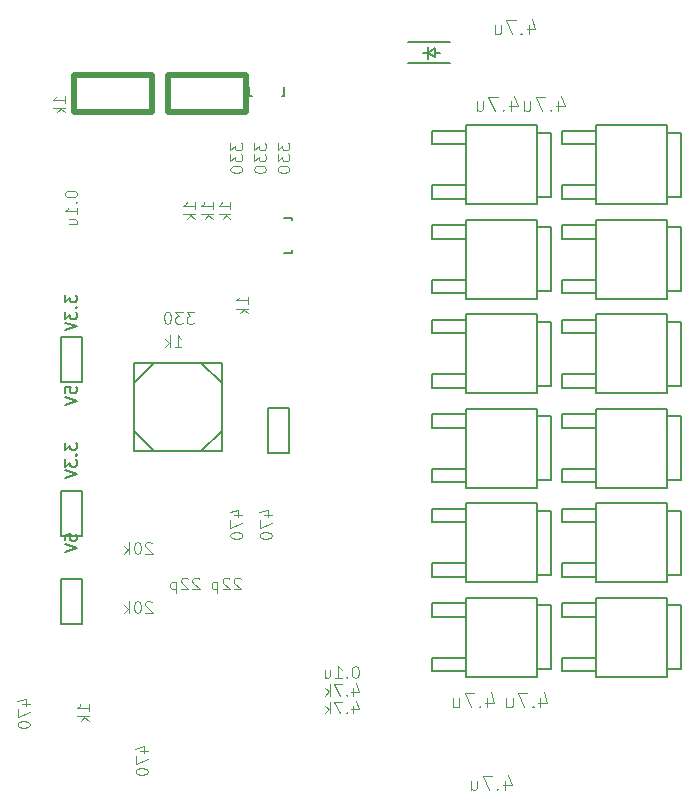
<source format=gbr>
G04 #@! TF.FileFunction,Legend,Bot*
%FSLAX46Y46*%
G04 Gerber Fmt 4.6, Leading zero omitted, Abs format (unit mm)*
G04 Created by KiCad (PCBNEW 4.0.7) date 10/26/17 16:00:21*
%MOMM*%
%LPD*%
G01*
G04 APERTURE LIST*
%ADD10C,0.100000*%
%ADD11C,0.200000*%
%ADD12C,0.500000*%
%ADD13C,0.150000*%
%ADD14C,0.101600*%
G04 APERTURE END LIST*
D10*
D11*
X20952381Y-51809524D02*
X20952381Y-51333333D01*
X21428571Y-51285714D01*
X21380952Y-51333333D01*
X21333333Y-51428571D01*
X21333333Y-51666667D01*
X21380952Y-51761905D01*
X21428571Y-51809524D01*
X21523810Y-51857143D01*
X21761905Y-51857143D01*
X21857143Y-51809524D01*
X21904762Y-51761905D01*
X21952381Y-51666667D01*
X21952381Y-51428571D01*
X21904762Y-51333333D01*
X21857143Y-51285714D01*
X20952381Y-52142857D02*
X21952381Y-52476190D01*
X20952381Y-52809524D01*
X20952381Y-43523810D02*
X20952381Y-44142858D01*
X21333333Y-43809524D01*
X21333333Y-43952382D01*
X21380952Y-44047620D01*
X21428571Y-44095239D01*
X21523810Y-44142858D01*
X21761905Y-44142858D01*
X21857143Y-44095239D01*
X21904762Y-44047620D01*
X21952381Y-43952382D01*
X21952381Y-43666667D01*
X21904762Y-43571429D01*
X21857143Y-43523810D01*
X21857143Y-44571429D02*
X21904762Y-44619048D01*
X21952381Y-44571429D01*
X21904762Y-44523810D01*
X21857143Y-44571429D01*
X21952381Y-44571429D01*
X20952381Y-44952381D02*
X20952381Y-45571429D01*
X21333333Y-45238095D01*
X21333333Y-45380953D01*
X21380952Y-45476191D01*
X21428571Y-45523810D01*
X21523810Y-45571429D01*
X21761905Y-45571429D01*
X21857143Y-45523810D01*
X21904762Y-45476191D01*
X21952381Y-45380953D01*
X21952381Y-45095238D01*
X21904762Y-45000000D01*
X21857143Y-44952381D01*
X20952381Y-45857143D02*
X21952381Y-46190476D01*
X20952381Y-46523810D01*
X20952381Y-31023810D02*
X20952381Y-31642858D01*
X21333333Y-31309524D01*
X21333333Y-31452382D01*
X21380952Y-31547620D01*
X21428571Y-31595239D01*
X21523810Y-31642858D01*
X21761905Y-31642858D01*
X21857143Y-31595239D01*
X21904762Y-31547620D01*
X21952381Y-31452382D01*
X21952381Y-31166667D01*
X21904762Y-31071429D01*
X21857143Y-31023810D01*
X21857143Y-32071429D02*
X21904762Y-32119048D01*
X21952381Y-32071429D01*
X21904762Y-32023810D01*
X21857143Y-32071429D01*
X21952381Y-32071429D01*
X20952381Y-32452381D02*
X20952381Y-33071429D01*
X21333333Y-32738095D01*
X21333333Y-32880953D01*
X21380952Y-32976191D01*
X21428571Y-33023810D01*
X21523810Y-33071429D01*
X21761905Y-33071429D01*
X21857143Y-33023810D01*
X21904762Y-32976191D01*
X21952381Y-32880953D01*
X21952381Y-32595238D01*
X21904762Y-32500000D01*
X21857143Y-32452381D01*
X20952381Y-33357143D02*
X21952381Y-33690476D01*
X20952381Y-34023810D01*
X20952381Y-39309524D02*
X20952381Y-38833333D01*
X21428571Y-38785714D01*
X21380952Y-38833333D01*
X21333333Y-38928571D01*
X21333333Y-39166667D01*
X21380952Y-39261905D01*
X21428571Y-39309524D01*
X21523810Y-39357143D01*
X21761905Y-39357143D01*
X21857143Y-39309524D01*
X21904762Y-39261905D01*
X21952381Y-39166667D01*
X21952381Y-38928571D01*
X21904762Y-38833333D01*
X21857143Y-38785714D01*
X20952381Y-39642857D02*
X21952381Y-39976190D01*
X20952381Y-40309524D01*
D12*
X28300000Y-15500000D02*
X28300000Y-12400000D01*
X21700000Y-15500000D02*
X21700000Y-12400000D01*
X21700000Y-12400000D02*
X28300000Y-12400000D01*
X21700000Y-15500000D02*
X28300000Y-15500000D01*
D13*
X60932300Y-22705100D02*
X62126100Y-22705100D01*
X62126100Y-22705100D02*
X62126100Y-17294900D01*
X62126100Y-17294900D02*
X60919600Y-17294900D01*
X54925200Y-18272800D02*
X52016900Y-18272800D01*
X52016900Y-17129800D02*
X54925200Y-17129800D01*
X52016900Y-18272800D02*
X52016900Y-17129800D01*
X52016900Y-22870200D02*
X52016900Y-21727200D01*
X52016900Y-21727200D02*
X54925200Y-21727200D01*
X54925200Y-22870200D02*
X52016900Y-22870200D01*
X54925200Y-16647200D02*
X60919600Y-16647200D01*
X60919600Y-16647200D02*
X60919600Y-23352800D01*
X60919600Y-23352800D02*
X54925200Y-23352800D01*
X54925200Y-16647200D02*
X54925200Y-23352800D01*
X60932300Y-30705100D02*
X62126100Y-30705100D01*
X62126100Y-30705100D02*
X62126100Y-25294900D01*
X62126100Y-25294900D02*
X60919600Y-25294900D01*
X54925200Y-26272800D02*
X52016900Y-26272800D01*
X52016900Y-25129800D02*
X54925200Y-25129800D01*
X52016900Y-26272800D02*
X52016900Y-25129800D01*
X52016900Y-30870200D02*
X52016900Y-29727200D01*
X52016900Y-29727200D02*
X54925200Y-29727200D01*
X54925200Y-30870200D02*
X52016900Y-30870200D01*
X54925200Y-24647200D02*
X60919600Y-24647200D01*
X60919600Y-24647200D02*
X60919600Y-31352800D01*
X60919600Y-31352800D02*
X54925200Y-31352800D01*
X54925200Y-24647200D02*
X54925200Y-31352800D01*
X71932300Y-38705100D02*
X73126100Y-38705100D01*
X73126100Y-38705100D02*
X73126100Y-33294900D01*
X73126100Y-33294900D02*
X71919600Y-33294900D01*
X65925200Y-34272800D02*
X63016900Y-34272800D01*
X63016900Y-33129800D02*
X65925200Y-33129800D01*
X63016900Y-34272800D02*
X63016900Y-33129800D01*
X63016900Y-38870200D02*
X63016900Y-37727200D01*
X63016900Y-37727200D02*
X65925200Y-37727200D01*
X65925200Y-38870200D02*
X63016900Y-38870200D01*
X65925200Y-32647200D02*
X71919600Y-32647200D01*
X71919600Y-32647200D02*
X71919600Y-39352800D01*
X71919600Y-39352800D02*
X65925200Y-39352800D01*
X65925200Y-32647200D02*
X65925200Y-39352800D01*
X60932300Y-38705100D02*
X62126100Y-38705100D01*
X62126100Y-38705100D02*
X62126100Y-33294900D01*
X62126100Y-33294900D02*
X60919600Y-33294900D01*
X54925200Y-34272800D02*
X52016900Y-34272800D01*
X52016900Y-33129800D02*
X54925200Y-33129800D01*
X52016900Y-34272800D02*
X52016900Y-33129800D01*
X52016900Y-38870200D02*
X52016900Y-37727200D01*
X52016900Y-37727200D02*
X54925200Y-37727200D01*
X54925200Y-38870200D02*
X52016900Y-38870200D01*
X54925200Y-32647200D02*
X60919600Y-32647200D01*
X60919600Y-32647200D02*
X60919600Y-39352800D01*
X60919600Y-39352800D02*
X54925200Y-39352800D01*
X54925200Y-32647200D02*
X54925200Y-39352800D01*
X71932300Y-46705100D02*
X73126100Y-46705100D01*
X73126100Y-46705100D02*
X73126100Y-41294900D01*
X73126100Y-41294900D02*
X71919600Y-41294900D01*
X65925200Y-42272800D02*
X63016900Y-42272800D01*
X63016900Y-41129800D02*
X65925200Y-41129800D01*
X63016900Y-42272800D02*
X63016900Y-41129800D01*
X63016900Y-46870200D02*
X63016900Y-45727200D01*
X63016900Y-45727200D02*
X65925200Y-45727200D01*
X65925200Y-46870200D02*
X63016900Y-46870200D01*
X65925200Y-40647200D02*
X71919600Y-40647200D01*
X71919600Y-40647200D02*
X71919600Y-47352800D01*
X71919600Y-47352800D02*
X65925200Y-47352800D01*
X65925200Y-40647200D02*
X65925200Y-47352800D01*
X60932300Y-46705100D02*
X62126100Y-46705100D01*
X62126100Y-46705100D02*
X62126100Y-41294900D01*
X62126100Y-41294900D02*
X60919600Y-41294900D01*
X54925200Y-42272800D02*
X52016900Y-42272800D01*
X52016900Y-41129800D02*
X54925200Y-41129800D01*
X52016900Y-42272800D02*
X52016900Y-41129800D01*
X52016900Y-46870200D02*
X52016900Y-45727200D01*
X52016900Y-45727200D02*
X54925200Y-45727200D01*
X54925200Y-46870200D02*
X52016900Y-46870200D01*
X54925200Y-40647200D02*
X60919600Y-40647200D01*
X60919600Y-40647200D02*
X60919600Y-47352800D01*
X60919600Y-47352800D02*
X54925200Y-47352800D01*
X54925200Y-40647200D02*
X54925200Y-47352800D01*
X71932300Y-54705100D02*
X73126100Y-54705100D01*
X73126100Y-54705100D02*
X73126100Y-49294900D01*
X73126100Y-49294900D02*
X71919600Y-49294900D01*
X65925200Y-50272800D02*
X63016900Y-50272800D01*
X63016900Y-49129800D02*
X65925200Y-49129800D01*
X63016900Y-50272800D02*
X63016900Y-49129800D01*
X63016900Y-54870200D02*
X63016900Y-53727200D01*
X63016900Y-53727200D02*
X65925200Y-53727200D01*
X65925200Y-54870200D02*
X63016900Y-54870200D01*
X65925200Y-48647200D02*
X71919600Y-48647200D01*
X71919600Y-48647200D02*
X71919600Y-55352800D01*
X71919600Y-55352800D02*
X65925200Y-55352800D01*
X65925200Y-48647200D02*
X65925200Y-55352800D01*
X60932300Y-54705100D02*
X62126100Y-54705100D01*
X62126100Y-54705100D02*
X62126100Y-49294900D01*
X62126100Y-49294900D02*
X60919600Y-49294900D01*
X54925200Y-50272800D02*
X52016900Y-50272800D01*
X52016900Y-49129800D02*
X54925200Y-49129800D01*
X52016900Y-50272800D02*
X52016900Y-49129800D01*
X52016900Y-54870200D02*
X52016900Y-53727200D01*
X52016900Y-53727200D02*
X54925200Y-53727200D01*
X54925200Y-54870200D02*
X52016900Y-54870200D01*
X54925200Y-48647200D02*
X60919600Y-48647200D01*
X60919600Y-48647200D02*
X60919600Y-55352800D01*
X60919600Y-55352800D02*
X54925200Y-55352800D01*
X54925200Y-48647200D02*
X54925200Y-55352800D01*
X71932300Y-62705100D02*
X73126100Y-62705100D01*
X73126100Y-62705100D02*
X73126100Y-57294900D01*
X73126100Y-57294900D02*
X71919600Y-57294900D01*
X65925200Y-58272800D02*
X63016900Y-58272800D01*
X63016900Y-57129800D02*
X65925200Y-57129800D01*
X63016900Y-58272800D02*
X63016900Y-57129800D01*
X63016900Y-62870200D02*
X63016900Y-61727200D01*
X63016900Y-61727200D02*
X65925200Y-61727200D01*
X65925200Y-62870200D02*
X63016900Y-62870200D01*
X65925200Y-56647200D02*
X71919600Y-56647200D01*
X71919600Y-56647200D02*
X71919600Y-63352800D01*
X71919600Y-63352800D02*
X65925200Y-63352800D01*
X65925200Y-56647200D02*
X65925200Y-63352800D01*
X60932300Y-62705100D02*
X62126100Y-62705100D01*
X62126100Y-62705100D02*
X62126100Y-57294900D01*
X62126100Y-57294900D02*
X60919600Y-57294900D01*
X54925200Y-58272800D02*
X52016900Y-58272800D01*
X52016900Y-57129800D02*
X54925200Y-57129800D01*
X52016900Y-58272800D02*
X52016900Y-57129800D01*
X52016900Y-62870200D02*
X52016900Y-61727200D01*
X52016900Y-61727200D02*
X54925200Y-61727200D01*
X54925200Y-62870200D02*
X52016900Y-62870200D01*
X54925200Y-56647200D02*
X60919600Y-56647200D01*
X60919600Y-56647200D02*
X60919600Y-63352800D01*
X60919600Y-63352800D02*
X54925200Y-63352800D01*
X54925200Y-56647200D02*
X54925200Y-63352800D01*
X71932300Y-22705100D02*
X73126100Y-22705100D01*
X73126100Y-22705100D02*
X73126100Y-17294900D01*
X73126100Y-17294900D02*
X71919600Y-17294900D01*
X65925200Y-18272800D02*
X63016900Y-18272800D01*
X63016900Y-17129800D02*
X65925200Y-17129800D01*
X63016900Y-18272800D02*
X63016900Y-17129800D01*
X63016900Y-22870200D02*
X63016900Y-21727200D01*
X63016900Y-21727200D02*
X65925200Y-21727200D01*
X65925200Y-22870200D02*
X63016900Y-22870200D01*
X65925200Y-16647200D02*
X71919600Y-16647200D01*
X71919600Y-16647200D02*
X71919600Y-23352800D01*
X71919600Y-23352800D02*
X65925200Y-23352800D01*
X65925200Y-16647200D02*
X65925200Y-23352800D01*
X71932300Y-30705100D02*
X73126100Y-30705100D01*
X73126100Y-30705100D02*
X73126100Y-25294900D01*
X73126100Y-25294900D02*
X71919600Y-25294900D01*
X65925200Y-26272800D02*
X63016900Y-26272800D01*
X63016900Y-25129800D02*
X65925200Y-25129800D01*
X63016900Y-26272800D02*
X63016900Y-25129800D01*
X63016900Y-30870200D02*
X63016900Y-29727200D01*
X63016900Y-29727200D02*
X65925200Y-29727200D01*
X65925200Y-30870200D02*
X63016900Y-30870200D01*
X65925200Y-24647200D02*
X71919600Y-24647200D01*
X71919600Y-24647200D02*
X71919600Y-31352800D01*
X71919600Y-31352800D02*
X65925200Y-31352800D01*
X65925200Y-24647200D02*
X65925200Y-31352800D01*
D12*
X36300000Y-15500000D02*
X36300000Y-12400000D01*
X29700000Y-15500000D02*
X29700000Y-12400000D01*
X29700000Y-12400000D02*
X36300000Y-12400000D01*
X29700000Y-15500000D02*
X36300000Y-15500000D01*
D13*
X52317500Y-10500000D02*
X52698500Y-10500000D01*
X51301500Y-10500000D02*
X51682500Y-10500000D01*
X51682500Y-10500000D02*
X52317500Y-10881000D01*
X52317500Y-10881000D02*
X52317500Y-10119000D01*
X52317500Y-10119000D02*
X51682500Y-10500000D01*
X51682500Y-11008000D02*
X51682500Y-9992000D01*
X50000000Y-9600000D02*
X53540000Y-9600000D01*
X50000000Y-11400000D02*
X53540000Y-11400000D01*
X20611000Y-51405000D02*
X20611000Y-47595000D01*
X20611000Y-47595000D02*
X22389000Y-47595000D01*
X22389000Y-47595000D02*
X22389000Y-51405000D01*
X20611000Y-51405000D02*
X22389000Y-51405000D01*
X38111000Y-44405000D02*
X38111000Y-40595000D01*
X38111000Y-40595000D02*
X39889000Y-40595000D01*
X39889000Y-40595000D02*
X39889000Y-44405000D01*
X38111000Y-44405000D02*
X39889000Y-44405000D01*
X20611000Y-38405000D02*
X20611000Y-34595000D01*
X20611000Y-34595000D02*
X22389000Y-34595000D01*
X22389000Y-34595000D02*
X22389000Y-38405000D01*
X20611000Y-38405000D02*
X22389000Y-38405000D01*
X39449200Y-27499820D02*
X40150240Y-27499820D01*
X40150240Y-27499820D02*
X40150240Y-27250900D01*
X40150240Y-24700840D02*
X40150240Y-24500180D01*
X40150240Y-24500180D02*
X39449200Y-24500180D01*
X36500180Y-13449200D02*
X36500180Y-14150240D01*
X36500180Y-14150240D02*
X36749100Y-14150240D01*
X39299160Y-14150240D02*
X39499820Y-14150240D01*
X39499820Y-14150240D02*
X39499820Y-13449200D01*
X28500000Y-44250000D02*
X26750000Y-42500000D01*
X34250000Y-42500000D02*
X32500000Y-44250000D01*
X32500000Y-36750000D02*
X34250000Y-38500000D01*
X28500000Y-36750000D02*
X26750000Y-38500000D01*
X34250000Y-36750000D02*
X26750000Y-36750000D01*
X26750000Y-36750000D02*
X26750000Y-44250000D01*
X26750000Y-44250000D02*
X34250000Y-44250000D01*
X34250000Y-44250000D02*
X34250000Y-36750000D01*
X20611000Y-58905000D02*
X20611000Y-55095000D01*
X20611000Y-55095000D02*
X22389000Y-55095000D01*
X22389000Y-55095000D02*
X22389000Y-58905000D01*
X20611000Y-58905000D02*
X22389000Y-58905000D01*
D10*
X35809524Y-55047619D02*
X35761905Y-55000000D01*
X35666667Y-54952381D01*
X35428571Y-54952381D01*
X35333333Y-55000000D01*
X35285714Y-55047619D01*
X35238095Y-55142857D01*
X35238095Y-55238095D01*
X35285714Y-55380952D01*
X35857143Y-55952381D01*
X35238095Y-55952381D01*
X34857143Y-55047619D02*
X34809524Y-55000000D01*
X34714286Y-54952381D01*
X34476190Y-54952381D01*
X34380952Y-55000000D01*
X34333333Y-55047619D01*
X34285714Y-55142857D01*
X34285714Y-55238095D01*
X34333333Y-55380952D01*
X34904762Y-55952381D01*
X34285714Y-55952381D01*
X33857143Y-55285714D02*
X33857143Y-56285714D01*
X33857143Y-55333333D02*
X33761905Y-55285714D01*
X33571428Y-55285714D01*
X33476190Y-55333333D01*
X33428571Y-55380952D01*
X33380952Y-55476190D01*
X33380952Y-55761905D01*
X33428571Y-55857143D01*
X33476190Y-55904762D01*
X33571428Y-55952381D01*
X33761905Y-55952381D01*
X33857143Y-55904762D01*
X32309524Y-55047619D02*
X32261905Y-55000000D01*
X32166667Y-54952381D01*
X31928571Y-54952381D01*
X31833333Y-55000000D01*
X31785714Y-55047619D01*
X31738095Y-55142857D01*
X31738095Y-55238095D01*
X31785714Y-55380952D01*
X32357143Y-55952381D01*
X31738095Y-55952381D01*
X31357143Y-55047619D02*
X31309524Y-55000000D01*
X31214286Y-54952381D01*
X30976190Y-54952381D01*
X30880952Y-55000000D01*
X30833333Y-55047619D01*
X30785714Y-55142857D01*
X30785714Y-55238095D01*
X30833333Y-55380952D01*
X31404762Y-55952381D01*
X30785714Y-55952381D01*
X30357143Y-55285714D02*
X30357143Y-56285714D01*
X30357143Y-55333333D02*
X30261905Y-55285714D01*
X30071428Y-55285714D01*
X29976190Y-55333333D01*
X29928571Y-55380952D01*
X29880952Y-55476190D01*
X29880952Y-55761905D01*
X29928571Y-55857143D01*
X29976190Y-55904762D01*
X30071428Y-55952381D01*
X30261905Y-55952381D01*
X30357143Y-55904762D01*
X20952381Y-22428571D02*
X20952381Y-22523810D01*
X21000000Y-22619048D01*
X21047619Y-22666667D01*
X21142857Y-22714286D01*
X21333333Y-22761905D01*
X21571429Y-22761905D01*
X21761905Y-22714286D01*
X21857143Y-22666667D01*
X21904762Y-22619048D01*
X21952381Y-22523810D01*
X21952381Y-22428571D01*
X21904762Y-22333333D01*
X21857143Y-22285714D01*
X21761905Y-22238095D01*
X21571429Y-22190476D01*
X21333333Y-22190476D01*
X21142857Y-22238095D01*
X21047619Y-22285714D01*
X21000000Y-22333333D01*
X20952381Y-22428571D01*
X21857143Y-23190476D02*
X21904762Y-23238095D01*
X21952381Y-23190476D01*
X21904762Y-23142857D01*
X21857143Y-23190476D01*
X21952381Y-23190476D01*
X21952381Y-24190476D02*
X21952381Y-23619047D01*
X21952381Y-23904761D02*
X20952381Y-23904761D01*
X21095238Y-23809523D01*
X21190476Y-23714285D01*
X21238095Y-23619047D01*
X21285714Y-25047619D02*
X21952381Y-25047619D01*
X21285714Y-24619047D02*
X21809524Y-24619047D01*
X21904762Y-24666666D01*
X21952381Y-24761904D01*
X21952381Y-24904762D01*
X21904762Y-25000000D01*
X21857143Y-25047619D01*
X33452381Y-23761905D02*
X33452381Y-23190476D01*
X33452381Y-23476190D02*
X32452381Y-23476190D01*
X32595238Y-23380952D01*
X32690476Y-23285714D01*
X32738095Y-23190476D01*
X33452381Y-24190476D02*
X32452381Y-24190476D01*
X33071429Y-24285714D02*
X33452381Y-24571429D01*
X32785714Y-24571429D02*
X33166667Y-24190476D01*
X36452381Y-31761905D02*
X36452381Y-31190476D01*
X36452381Y-31476190D02*
X35452381Y-31476190D01*
X35595238Y-31380952D01*
X35690476Y-31285714D01*
X35738095Y-31190476D01*
X36452381Y-32190476D02*
X35452381Y-32190476D01*
X36071429Y-32285714D02*
X36452381Y-32571429D01*
X35785714Y-32571429D02*
X36166667Y-32190476D01*
X38952381Y-18142857D02*
X38952381Y-18761905D01*
X39333333Y-18428571D01*
X39333333Y-18571429D01*
X39380952Y-18666667D01*
X39428571Y-18714286D01*
X39523810Y-18761905D01*
X39761905Y-18761905D01*
X39857143Y-18714286D01*
X39904762Y-18666667D01*
X39952381Y-18571429D01*
X39952381Y-18285714D01*
X39904762Y-18190476D01*
X39857143Y-18142857D01*
X38952381Y-19095238D02*
X38952381Y-19714286D01*
X39333333Y-19380952D01*
X39333333Y-19523810D01*
X39380952Y-19619048D01*
X39428571Y-19666667D01*
X39523810Y-19714286D01*
X39761905Y-19714286D01*
X39857143Y-19666667D01*
X39904762Y-19619048D01*
X39952381Y-19523810D01*
X39952381Y-19238095D01*
X39904762Y-19142857D01*
X39857143Y-19095238D01*
X38952381Y-20333333D02*
X38952381Y-20428572D01*
X39000000Y-20523810D01*
X39047619Y-20571429D01*
X39142857Y-20619048D01*
X39333333Y-20666667D01*
X39571429Y-20666667D01*
X39761905Y-20619048D01*
X39857143Y-20571429D01*
X39904762Y-20523810D01*
X39952381Y-20428572D01*
X39952381Y-20333333D01*
X39904762Y-20238095D01*
X39857143Y-20190476D01*
X39761905Y-20142857D01*
X39571429Y-20095238D01*
X39333333Y-20095238D01*
X39142857Y-20142857D01*
X39047619Y-20190476D01*
X39000000Y-20238095D01*
X38952381Y-20333333D01*
X28309524Y-57047619D02*
X28261905Y-57000000D01*
X28166667Y-56952381D01*
X27928571Y-56952381D01*
X27833333Y-57000000D01*
X27785714Y-57047619D01*
X27738095Y-57142857D01*
X27738095Y-57238095D01*
X27785714Y-57380952D01*
X28357143Y-57952381D01*
X27738095Y-57952381D01*
X27119048Y-56952381D02*
X27023809Y-56952381D01*
X26928571Y-57000000D01*
X26880952Y-57047619D01*
X26833333Y-57142857D01*
X26785714Y-57333333D01*
X26785714Y-57571429D01*
X26833333Y-57761905D01*
X26880952Y-57857143D01*
X26928571Y-57904762D01*
X27023809Y-57952381D01*
X27119048Y-57952381D01*
X27214286Y-57904762D01*
X27261905Y-57857143D01*
X27309524Y-57761905D01*
X27357143Y-57571429D01*
X27357143Y-57333333D01*
X27309524Y-57142857D01*
X27261905Y-57047619D01*
X27214286Y-57000000D01*
X27119048Y-56952381D01*
X26357143Y-57952381D02*
X26357143Y-56952381D01*
X26261905Y-57571429D02*
X25976190Y-57952381D01*
X25976190Y-57285714D02*
X26357143Y-57666667D01*
X28309524Y-52047619D02*
X28261905Y-52000000D01*
X28166667Y-51952381D01*
X27928571Y-51952381D01*
X27833333Y-52000000D01*
X27785714Y-52047619D01*
X27738095Y-52142857D01*
X27738095Y-52238095D01*
X27785714Y-52380952D01*
X28357143Y-52952381D01*
X27738095Y-52952381D01*
X27119048Y-51952381D02*
X27023809Y-51952381D01*
X26928571Y-52000000D01*
X26880952Y-52047619D01*
X26833333Y-52142857D01*
X26785714Y-52333333D01*
X26785714Y-52571429D01*
X26833333Y-52761905D01*
X26880952Y-52857143D01*
X26928571Y-52904762D01*
X27023809Y-52952381D01*
X27119048Y-52952381D01*
X27214286Y-52904762D01*
X27261905Y-52857143D01*
X27309524Y-52761905D01*
X27357143Y-52571429D01*
X27357143Y-52333333D01*
X27309524Y-52142857D01*
X27261905Y-52047619D01*
X27214286Y-52000000D01*
X27119048Y-51952381D01*
X26357143Y-52952381D02*
X26357143Y-51952381D01*
X26261905Y-52571429D02*
X25976190Y-52952381D01*
X25976190Y-52285714D02*
X26357143Y-52666667D01*
X22952381Y-66261905D02*
X22952381Y-65690476D01*
X22952381Y-65976190D02*
X21952381Y-65976190D01*
X22095238Y-65880952D01*
X22190476Y-65785714D01*
X22238095Y-65690476D01*
X22952381Y-66690476D02*
X21952381Y-66690476D01*
X22571429Y-66785714D02*
X22952381Y-67071429D01*
X22285714Y-67071429D02*
X22666667Y-66690476D01*
X30238095Y-35452381D02*
X30809524Y-35452381D01*
X30523810Y-35452381D02*
X30523810Y-34452381D01*
X30619048Y-34595238D01*
X30714286Y-34690476D01*
X30809524Y-34738095D01*
X29809524Y-35452381D02*
X29809524Y-34452381D01*
X29714286Y-35071429D02*
X29428571Y-35452381D01*
X29428571Y-34785714D02*
X29809524Y-35166667D01*
X36952381Y-18142857D02*
X36952381Y-18761905D01*
X37333333Y-18428571D01*
X37333333Y-18571429D01*
X37380952Y-18666667D01*
X37428571Y-18714286D01*
X37523810Y-18761905D01*
X37761905Y-18761905D01*
X37857143Y-18714286D01*
X37904762Y-18666667D01*
X37952381Y-18571429D01*
X37952381Y-18285714D01*
X37904762Y-18190476D01*
X37857143Y-18142857D01*
X36952381Y-19095238D02*
X36952381Y-19714286D01*
X37333333Y-19380952D01*
X37333333Y-19523810D01*
X37380952Y-19619048D01*
X37428571Y-19666667D01*
X37523810Y-19714286D01*
X37761905Y-19714286D01*
X37857143Y-19666667D01*
X37904762Y-19619048D01*
X37952381Y-19523810D01*
X37952381Y-19238095D01*
X37904762Y-19142857D01*
X37857143Y-19095238D01*
X36952381Y-20333333D02*
X36952381Y-20428572D01*
X37000000Y-20523810D01*
X37047619Y-20571429D01*
X37142857Y-20619048D01*
X37333333Y-20666667D01*
X37571429Y-20666667D01*
X37761905Y-20619048D01*
X37857143Y-20571429D01*
X37904762Y-20523810D01*
X37952381Y-20428572D01*
X37952381Y-20333333D01*
X37904762Y-20238095D01*
X37857143Y-20190476D01*
X37761905Y-20142857D01*
X37571429Y-20095238D01*
X37333333Y-20095238D01*
X37142857Y-20142857D01*
X37047619Y-20190476D01*
X37000000Y-20238095D01*
X36952381Y-20333333D01*
X34952381Y-18142857D02*
X34952381Y-18761905D01*
X35333333Y-18428571D01*
X35333333Y-18571429D01*
X35380952Y-18666667D01*
X35428571Y-18714286D01*
X35523810Y-18761905D01*
X35761905Y-18761905D01*
X35857143Y-18714286D01*
X35904762Y-18666667D01*
X35952381Y-18571429D01*
X35952381Y-18285714D01*
X35904762Y-18190476D01*
X35857143Y-18142857D01*
X34952381Y-19095238D02*
X34952381Y-19714286D01*
X35333333Y-19380952D01*
X35333333Y-19523810D01*
X35380952Y-19619048D01*
X35428571Y-19666667D01*
X35523810Y-19714286D01*
X35761905Y-19714286D01*
X35857143Y-19666667D01*
X35904762Y-19619048D01*
X35952381Y-19523810D01*
X35952381Y-19238095D01*
X35904762Y-19142857D01*
X35857143Y-19095238D01*
X34952381Y-20333333D02*
X34952381Y-20428572D01*
X35000000Y-20523810D01*
X35047619Y-20571429D01*
X35142857Y-20619048D01*
X35333333Y-20666667D01*
X35571429Y-20666667D01*
X35761905Y-20619048D01*
X35857143Y-20571429D01*
X35904762Y-20523810D01*
X35952381Y-20428572D01*
X35952381Y-20333333D01*
X35904762Y-20238095D01*
X35857143Y-20190476D01*
X35761905Y-20142857D01*
X35571429Y-20095238D01*
X35333333Y-20095238D01*
X35142857Y-20142857D01*
X35047619Y-20190476D01*
X35000000Y-20238095D01*
X34952381Y-20333333D01*
X20952381Y-14761905D02*
X20952381Y-14190476D01*
X20952381Y-14476190D02*
X19952381Y-14476190D01*
X20095238Y-14380952D01*
X20190476Y-14285714D01*
X20238095Y-14190476D01*
X20952381Y-15190476D02*
X19952381Y-15190476D01*
X20571429Y-15285714D02*
X20952381Y-15571429D01*
X20285714Y-15571429D02*
X20666667Y-15190476D01*
X31857143Y-32452381D02*
X31238095Y-32452381D01*
X31571429Y-32833333D01*
X31428571Y-32833333D01*
X31333333Y-32880952D01*
X31285714Y-32928571D01*
X31238095Y-33023810D01*
X31238095Y-33261905D01*
X31285714Y-33357143D01*
X31333333Y-33404762D01*
X31428571Y-33452381D01*
X31714286Y-33452381D01*
X31809524Y-33404762D01*
X31857143Y-33357143D01*
X30904762Y-32452381D02*
X30285714Y-32452381D01*
X30619048Y-32833333D01*
X30476190Y-32833333D01*
X30380952Y-32880952D01*
X30333333Y-32928571D01*
X30285714Y-33023810D01*
X30285714Y-33261905D01*
X30333333Y-33357143D01*
X30380952Y-33404762D01*
X30476190Y-33452381D01*
X30761905Y-33452381D01*
X30857143Y-33404762D01*
X30904762Y-33357143D01*
X29666667Y-32452381D02*
X29571428Y-32452381D01*
X29476190Y-32500000D01*
X29428571Y-32547619D01*
X29380952Y-32642857D01*
X29333333Y-32833333D01*
X29333333Y-33071429D01*
X29380952Y-33261905D01*
X29428571Y-33357143D01*
X29476190Y-33404762D01*
X29571428Y-33452381D01*
X29666667Y-33452381D01*
X29761905Y-33404762D01*
X29809524Y-33357143D01*
X29857143Y-33261905D01*
X29904762Y-33071429D01*
X29904762Y-32833333D01*
X29857143Y-32642857D01*
X29809524Y-32547619D01*
X29761905Y-32500000D01*
X29666667Y-32452381D01*
D14*
X62695667Y-14638214D02*
X62695667Y-15442548D01*
X62982929Y-14178595D02*
X63270190Y-15040381D01*
X62523310Y-15040381D01*
X62063690Y-15327643D02*
X62006238Y-15385095D01*
X62063690Y-15442548D01*
X62121142Y-15385095D01*
X62063690Y-15327643D01*
X62063690Y-15442548D01*
X61604071Y-14236048D02*
X60799738Y-14236048D01*
X61316809Y-15442548D01*
X59823047Y-14638214D02*
X59823047Y-15442548D01*
X60340118Y-14638214D02*
X60340118Y-15270190D01*
X60282666Y-15385095D01*
X60167761Y-15442548D01*
X59995404Y-15442548D01*
X59880499Y-15385095D01*
X59823047Y-15327643D01*
X60195667Y-8138214D02*
X60195667Y-8942548D01*
X60482929Y-7678595D02*
X60770190Y-8540381D01*
X60023310Y-8540381D01*
X59563690Y-8827643D02*
X59506238Y-8885095D01*
X59563690Y-8942548D01*
X59621142Y-8885095D01*
X59563690Y-8827643D01*
X59563690Y-8942548D01*
X59104071Y-7736048D02*
X58299738Y-7736048D01*
X58816809Y-8942548D01*
X57323047Y-8138214D02*
X57323047Y-8942548D01*
X57840118Y-8138214D02*
X57840118Y-8770190D01*
X57782666Y-8885095D01*
X57667761Y-8942548D01*
X57495404Y-8942548D01*
X57380499Y-8885095D01*
X57323047Y-8827643D01*
X58695667Y-14638214D02*
X58695667Y-15442548D01*
X58982929Y-14178595D02*
X59270190Y-15040381D01*
X58523310Y-15040381D01*
X58063690Y-15327643D02*
X58006238Y-15385095D01*
X58063690Y-15442548D01*
X58121142Y-15385095D01*
X58063690Y-15327643D01*
X58063690Y-15442548D01*
X57604071Y-14236048D02*
X56799738Y-14236048D01*
X57316809Y-15442548D01*
X55823047Y-14638214D02*
X55823047Y-15442548D01*
X56340118Y-14638214D02*
X56340118Y-15270190D01*
X56282666Y-15385095D01*
X56167761Y-15442548D01*
X55995404Y-15442548D01*
X55880499Y-15385095D01*
X55823047Y-15327643D01*
D10*
X34952381Y-23761905D02*
X34952381Y-23190476D01*
X34952381Y-23476190D02*
X33952381Y-23476190D01*
X34095238Y-23380952D01*
X34190476Y-23285714D01*
X34238095Y-23190476D01*
X34952381Y-24190476D02*
X33952381Y-24190476D01*
X34571429Y-24285714D02*
X34952381Y-24571429D01*
X34285714Y-24571429D02*
X34666667Y-24190476D01*
X31952381Y-23761905D02*
X31952381Y-23190476D01*
X31952381Y-23476190D02*
X30952381Y-23476190D01*
X31095238Y-23380952D01*
X31190476Y-23285714D01*
X31238095Y-23190476D01*
X31952381Y-24190476D02*
X30952381Y-24190476D01*
X31571429Y-24285714D02*
X31952381Y-24571429D01*
X31285714Y-24571429D02*
X31666667Y-24190476D01*
D14*
X61195667Y-65138214D02*
X61195667Y-65942548D01*
X61482929Y-64678595D02*
X61770190Y-65540381D01*
X61023310Y-65540381D01*
X60563690Y-65827643D02*
X60506238Y-65885095D01*
X60563690Y-65942548D01*
X60621142Y-65885095D01*
X60563690Y-65827643D01*
X60563690Y-65942548D01*
X60104071Y-64736048D02*
X59299738Y-64736048D01*
X59816809Y-65942548D01*
X58323047Y-65138214D02*
X58323047Y-65942548D01*
X58840118Y-65138214D02*
X58840118Y-65770190D01*
X58782666Y-65885095D01*
X58667761Y-65942548D01*
X58495404Y-65942548D01*
X58380499Y-65885095D01*
X58323047Y-65827643D01*
X58195667Y-72138214D02*
X58195667Y-72942548D01*
X58482929Y-71678595D02*
X58770190Y-72540381D01*
X58023310Y-72540381D01*
X57563690Y-72827643D02*
X57506238Y-72885095D01*
X57563690Y-72942548D01*
X57621142Y-72885095D01*
X57563690Y-72827643D01*
X57563690Y-72942548D01*
X57104071Y-71736048D02*
X56299738Y-71736048D01*
X56816809Y-72942548D01*
X55323047Y-72138214D02*
X55323047Y-72942548D01*
X55840118Y-72138214D02*
X55840118Y-72770190D01*
X55782666Y-72885095D01*
X55667761Y-72942548D01*
X55495404Y-72942548D01*
X55380499Y-72885095D01*
X55323047Y-72827643D01*
X56695667Y-65138214D02*
X56695667Y-65942548D01*
X56982929Y-64678595D02*
X57270190Y-65540381D01*
X56523310Y-65540381D01*
X56063690Y-65827643D02*
X56006238Y-65885095D01*
X56063690Y-65942548D01*
X56121142Y-65885095D01*
X56063690Y-65827643D01*
X56063690Y-65942548D01*
X55604071Y-64736048D02*
X54799738Y-64736048D01*
X55316809Y-65942548D01*
X53823047Y-65138214D02*
X53823047Y-65942548D01*
X54340118Y-65138214D02*
X54340118Y-65770190D01*
X54282666Y-65885095D01*
X54167761Y-65942548D01*
X53995404Y-65942548D01*
X53880499Y-65885095D01*
X53823047Y-65827643D01*
D10*
X45571429Y-62452381D02*
X45476190Y-62452381D01*
X45380952Y-62500000D01*
X45333333Y-62547619D01*
X45285714Y-62642857D01*
X45238095Y-62833333D01*
X45238095Y-63071429D01*
X45285714Y-63261905D01*
X45333333Y-63357143D01*
X45380952Y-63404762D01*
X45476190Y-63452381D01*
X45571429Y-63452381D01*
X45666667Y-63404762D01*
X45714286Y-63357143D01*
X45761905Y-63261905D01*
X45809524Y-63071429D01*
X45809524Y-62833333D01*
X45761905Y-62642857D01*
X45714286Y-62547619D01*
X45666667Y-62500000D01*
X45571429Y-62452381D01*
X44809524Y-63357143D02*
X44761905Y-63404762D01*
X44809524Y-63452381D01*
X44857143Y-63404762D01*
X44809524Y-63357143D01*
X44809524Y-63452381D01*
X43809524Y-63452381D02*
X44380953Y-63452381D01*
X44095239Y-63452381D02*
X44095239Y-62452381D01*
X44190477Y-62595238D01*
X44285715Y-62690476D01*
X44380953Y-62738095D01*
X42952381Y-62785714D02*
X42952381Y-63452381D01*
X43380953Y-62785714D02*
X43380953Y-63309524D01*
X43333334Y-63404762D01*
X43238096Y-63452381D01*
X43095238Y-63452381D01*
X43000000Y-63404762D01*
X42952381Y-63357143D01*
X45333333Y-65785714D02*
X45333333Y-66452381D01*
X45571429Y-65404762D02*
X45809524Y-66119048D01*
X45190476Y-66119048D01*
X44809524Y-66357143D02*
X44761905Y-66404762D01*
X44809524Y-66452381D01*
X44857143Y-66404762D01*
X44809524Y-66357143D01*
X44809524Y-66452381D01*
X44428572Y-65452381D02*
X43761905Y-65452381D01*
X44190477Y-66452381D01*
X43380953Y-66452381D02*
X43380953Y-65452381D01*
X43285715Y-66071429D02*
X43000000Y-66452381D01*
X43000000Y-65785714D02*
X43380953Y-66166667D01*
X45333333Y-64285714D02*
X45333333Y-64952381D01*
X45571429Y-63904762D02*
X45809524Y-64619048D01*
X45190476Y-64619048D01*
X44809524Y-64857143D02*
X44761905Y-64904762D01*
X44809524Y-64952381D01*
X44857143Y-64904762D01*
X44809524Y-64857143D01*
X44809524Y-64952381D01*
X44428572Y-63952381D02*
X43761905Y-63952381D01*
X44190477Y-64952381D01*
X43380953Y-64952381D02*
X43380953Y-63952381D01*
X43285715Y-64571429D02*
X43000000Y-64952381D01*
X43000000Y-64285714D02*
X43380953Y-64666667D01*
X27285714Y-69666667D02*
X27952381Y-69666667D01*
X26904762Y-69428571D02*
X27619048Y-69190476D01*
X27619048Y-69809524D01*
X26952381Y-70095238D02*
X26952381Y-70761905D01*
X27952381Y-70333333D01*
X26952381Y-71333333D02*
X26952381Y-71428572D01*
X27000000Y-71523810D01*
X27047619Y-71571429D01*
X27142857Y-71619048D01*
X27333333Y-71666667D01*
X27571429Y-71666667D01*
X27761905Y-71619048D01*
X27857143Y-71571429D01*
X27904762Y-71523810D01*
X27952381Y-71428572D01*
X27952381Y-71333333D01*
X27904762Y-71238095D01*
X27857143Y-71190476D01*
X27761905Y-71142857D01*
X27571429Y-71095238D01*
X27333333Y-71095238D01*
X27142857Y-71142857D01*
X27047619Y-71190476D01*
X27000000Y-71238095D01*
X26952381Y-71333333D01*
X17285714Y-65666667D02*
X17952381Y-65666667D01*
X16904762Y-65428571D02*
X17619048Y-65190476D01*
X17619048Y-65809524D01*
X16952381Y-66095238D02*
X16952381Y-66761905D01*
X17952381Y-66333333D01*
X16952381Y-67333333D02*
X16952381Y-67428572D01*
X17000000Y-67523810D01*
X17047619Y-67571429D01*
X17142857Y-67619048D01*
X17333333Y-67666667D01*
X17571429Y-67666667D01*
X17761905Y-67619048D01*
X17857143Y-67571429D01*
X17904762Y-67523810D01*
X17952381Y-67428572D01*
X17952381Y-67333333D01*
X17904762Y-67238095D01*
X17857143Y-67190476D01*
X17761905Y-67142857D01*
X17571429Y-67095238D01*
X17333333Y-67095238D01*
X17142857Y-67142857D01*
X17047619Y-67190476D01*
X17000000Y-67238095D01*
X16952381Y-67333333D01*
X37785714Y-49666667D02*
X38452381Y-49666667D01*
X37404762Y-49428571D02*
X38119048Y-49190476D01*
X38119048Y-49809524D01*
X37452381Y-50095238D02*
X37452381Y-50761905D01*
X38452381Y-50333333D01*
X37452381Y-51333333D02*
X37452381Y-51428572D01*
X37500000Y-51523810D01*
X37547619Y-51571429D01*
X37642857Y-51619048D01*
X37833333Y-51666667D01*
X38071429Y-51666667D01*
X38261905Y-51619048D01*
X38357143Y-51571429D01*
X38404762Y-51523810D01*
X38452381Y-51428572D01*
X38452381Y-51333333D01*
X38404762Y-51238095D01*
X38357143Y-51190476D01*
X38261905Y-51142857D01*
X38071429Y-51095238D01*
X37833333Y-51095238D01*
X37642857Y-51142857D01*
X37547619Y-51190476D01*
X37500000Y-51238095D01*
X37452381Y-51333333D01*
X35285714Y-49666667D02*
X35952381Y-49666667D01*
X34904762Y-49428571D02*
X35619048Y-49190476D01*
X35619048Y-49809524D01*
X34952381Y-50095238D02*
X34952381Y-50761905D01*
X35952381Y-50333333D01*
X34952381Y-51333333D02*
X34952381Y-51428572D01*
X35000000Y-51523810D01*
X35047619Y-51571429D01*
X35142857Y-51619048D01*
X35333333Y-51666667D01*
X35571429Y-51666667D01*
X35761905Y-51619048D01*
X35857143Y-51571429D01*
X35904762Y-51523810D01*
X35952381Y-51428572D01*
X35952381Y-51333333D01*
X35904762Y-51238095D01*
X35857143Y-51190476D01*
X35761905Y-51142857D01*
X35571429Y-51095238D01*
X35333333Y-51095238D01*
X35142857Y-51142857D01*
X35047619Y-51190476D01*
X35000000Y-51238095D01*
X34952381Y-51333333D01*
M02*

</source>
